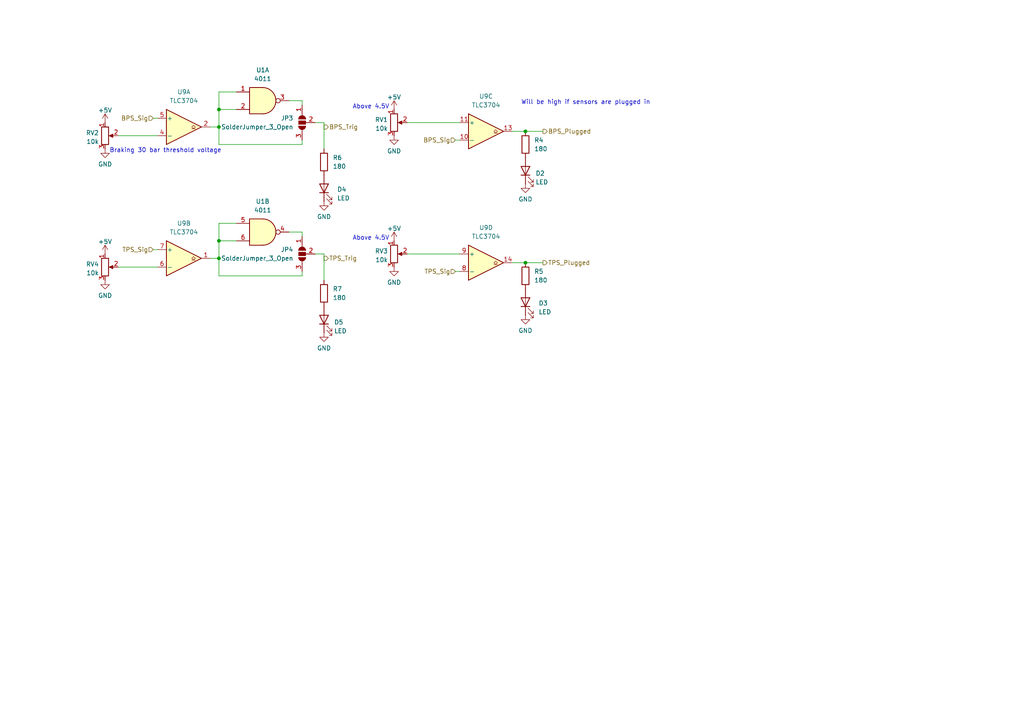
<source format=kicad_sch>
(kicad_sch (version 20231120) (generator "eeschema") (generator_version "8.0")
  (paper "A4")
  (lib_symbols
    (symbol "4xxx:4011" (pin_names (offset 1.016))
      (property "Reference" "U" (at 0 1.27 0))
      (property "Value" "4011" (at 0 -1.27 0))
      (symbol "4011_1_1"
        (arc (start 0 -3.81) (mid 3.7934 0) (end 0 3.81) (stroke (width 0.254)) (fill (type background)))
        (polyline (pts (xy 0 3.81) (xy -3.81 3.81) (xy -3.81 -3.81) (xy 0 -3.81)) (stroke (width 0.254)) (fill (type background)))
        (pin input line (at -7.62 2.54 0) (length 3.81) (name "~") (number "1"))
        (pin input line (at -7.62 -2.54 0) (length 3.81) (name "~") (number "2"))
        (pin output inverted (at 7.62 0 180) (length 3.81) (name "~") (number "3"))
      )
      (symbol "4011_1_2"
        (arc (start -3.81 -3.81) (mid -2.589 0) (end -3.81 3.81) (stroke (width 0.254)))
        (arc (start -0.6096 -3.81) (mid 2.1842 -2.5851) (end 3.81 0) (stroke (width 0.254)) (fill (type background)))
        (polyline (pts (xy -3.81 -3.81) (xy -0.635 -3.81)) (stroke (width 0.254)) (fill (type background)))
        (polyline (pts (xy -3.81 3.81) (xy -0.635 3.81)) (stroke (width 0.254)) (fill (type background)))
        (polyline (pts (xy -0.635 3.81) (xy -3.81 3.81) (xy -3.81 3.81) (xy -3.556 3.4036) (xy -3.0226 2.2606) (xy -2.6924 1.0414) (xy -2.6162 -0.254) (xy -2.7686 -1.4986) (xy -3.175 -2.7178) (xy -3.81 -3.81) (xy -3.81 -3.81) (xy -0.635 -3.81)) (stroke (width -25.4)) (fill (type background)))
        (arc (start 3.81 0) (mid 2.1915 2.5936) (end -0.6096 3.81) (stroke (width 0.254)) (fill (type background)))
        (pin input inverted (at -7.62 2.54 0) (length 4.318) (name "~") (number "1"))
        (pin input inverted (at -7.62 -2.54 0) (length 4.318) (name "~") (number "2"))
        (pin output line (at 7.62 0 180) (length 3.81) (name "~") (number "3"))
      )
      (symbol "4011_2_1"
        (arc (start 0 -3.81) (mid 3.7934 0) (end 0 3.81) (stroke (width 0.254)) (fill (type background)))
        (polyline (pts (xy 0 3.81) (xy -3.81 3.81) (xy -3.81 -3.81) (xy 0 -3.81)) (stroke (width 0.254)) (fill (type background)))
        (pin output inverted (at 7.62 0 180) (length 3.81) (name "~") (number "4"))
        (pin input line (at -7.62 2.54 0) (length 3.81) (name "~") (number "5"))
        (pin input line (at -7.62 -2.54 0) (length 3.81) (name "~") (number "6"))
      )
      (symbol "4011_2_2"
        (arc (start -3.81 -3.81) (mid -2.589 0) (end -3.81 3.81) (stroke (width 0.254)))
        (arc (start -0.6096 -3.81) (mid 2.1842 -2.5851) (end 3.81 0) (stroke (width 0.254)) (fill (type background)))
        (polyline (pts (xy -3.81 -3.81) (xy -0.635 -3.81)) (stroke (width 0.254)) (fill (type background)))
        (polyline (pts (xy -3.81 3.81) (xy -0.635 3.81)) (stroke (width 0.254)) (fill (type background)))
        (polyline (pts (xy -0.635 3.81) (xy -3.81 3.81) (xy -3.81 3.81) (xy -3.556 3.4036) (xy -3.0226 2.2606) (xy -2.6924 1.0414) (xy -2.6162 -0.254) (xy -2.7686 -1.4986) (xy -3.175 -2.7178) (xy -3.81 -3.81) (xy -3.81 -3.81) (xy -0.635 -3.81)) (stroke (width -25.4)) (fill (type background)))
        (arc (start 3.81 0) (mid 2.1915 2.5936) (end -0.6096 3.81) (stroke (width 0.254)) (fill (type background)))
        (pin output line (at 7.62 0 180) (length 3.81) (name "~") (number "4"))
        (pin input inverted (at -7.62 2.54 0) (length 4.318) (name "~") (number "5"))
        (pin input inverted (at -7.62 -2.54 0) (length 4.318) (name "~") (number "6"))
      )
      (symbol "4011_3_1"
        (arc (start 0 -3.81) (mid 3.7934 0) (end 0 3.81) (stroke (width 0.254)) (fill (type background)))
        (polyline (pts (xy 0 3.81) (xy -3.81 3.81) (xy -3.81 -3.81) (xy 0 -3.81)) (stroke (width 0.254)) (fill (type background)))
        (pin output inverted (at 7.62 0 180) (length 3.81) (name "~") (number "10"))
        (pin input line (at -7.62 2.54 0) (length 3.81) (name "~") (number "8"))
        (pin input line (at -7.62 -2.54 0) (length 3.81) (name "~") (number "9"))
      )
      (symbol "4011_3_2"
        (arc (start -3.81 -3.81) (mid -2.589 0) (end -3.81 3.81) (stroke (width 0.254)))
        (arc (start -0.6096 -3.81) (mid 2.1842 -2.5851) (end 3.81 0) (stroke (width 0.254)) (fill (type background)))
        (polyline (pts (xy -3.81 -3.81) (xy -0.635 -3.81)) (stroke (width 0.254)) (fill (type background)))
        (polyline (pts (xy -3.81 3.81) (xy -0.635 3.81)) (stroke (width 0.254)) (fill (type background)))
        (polyline (pts (xy -0.635 3.81) (xy -3.81 3.81) (xy -3.81 3.81) (xy -3.556 3.4036) (xy -3.0226 2.2606) (xy -2.6924 1.0414) (xy -2.6162 -0.254) (xy -2.7686 -1.4986) (xy -3.175 -2.7178) (xy -3.81 -3.81) (xy -3.81 -3.81) (xy -0.635 -3.81)) (stroke (width -25.4)) (fill (type background)))
        (arc (start 3.81 0) (mid 2.1915 2.5936) (end -0.6096 3.81) (stroke (width 0.254)) (fill (type background)))
        (pin output line (at 7.62 0 180) (length 3.81) (name "~") (number "10"))
        (pin input inverted (at -7.62 2.54 0) (length 4.318) (name "~") (number "8"))
        (pin input inverted (at -7.62 -2.54 0) (length 4.318) (name "~") (number "9"))
      )
      (symbol "4011_4_1"
        (arc (start 0 -3.81) (mid 3.7934 0) (end 0 3.81) (stroke (width 0.254)) (fill (type background)))
        (polyline (pts (xy 0 3.81) (xy -3.81 3.81) (xy -3.81 -3.81) (xy 0 -3.81)) (stroke (width 0.254)) (fill (type background)))
        (pin output inverted (at 7.62 0 180) (length 3.81) (name "~") (number "11"))
        (pin input line (at -7.62 2.54 0) (length 3.81) (name "~") (number "12"))
        (pin input line (at -7.62 -2.54 0) (length 3.81) (name "~") (number "13"))
      )
      (symbol "4011_4_2"
        (arc (start -3.81 -3.81) (mid -2.589 0) (end -3.81 3.81) (stroke (width 0.254)))
        (arc (start -0.6096 -3.81) (mid 2.1842 -2.5851) (end 3.81 0) (stroke (width 0.254)) (fill (type background)))
        (polyline (pts (xy -3.81 -3.81) (xy -0.635 -3.81)) (stroke (width 0.254)) (fill (type background)))
        (polyline (pts (xy -3.81 3.81) (xy -0.635 3.81)) (stroke (width 0.254)) (fill (type background)))
        (polyline (pts (xy -0.635 3.81) (xy -3.81 3.81) (xy -3.81 3.81) (xy -3.556 3.4036) (xy -3.0226 2.2606) (xy -2.6924 1.0414) (xy -2.6162 -0.254) (xy -2.7686 -1.4986) (xy -3.175 -2.7178) (xy -3.81 -3.81) (xy -3.81 -3.81) (xy -0.635 -3.81)) (stroke (width -25.4)) (fill (type background)))
        (arc (start 3.81 0) (mid 2.1915 2.5936) (end -0.6096 3.81) (stroke (width 0.254)) (fill (type background)))
        (pin output line (at 7.62 0 180) (length 3.81) (name "~") (number "11"))
        (pin input inverted (at -7.62 2.54 0) (length 4.318) (name "~") (number "12"))
        (pin input inverted (at -7.62 -2.54 0) (length 4.318) (name "~") (number "13"))
      )
      (symbol "4011_5_0"
        (pin power_in line (at 0 12.7 270) (length 5.08) (name "VDD") (number "14"))
        (pin power_in line (at 0 -12.7 90) (length 5.08) (name "VSS") (number "7"))
      )
      (symbol "4011_5_1"
        (rectangle (start -5.08 7.62) (end 5.08 -7.62) (stroke (width 0.254)) (fill (type background)))
      )
    )
    (symbol "Comparator:LM2901" (pin_names (offset 0.127))
      (property "Reference" "U" (at 0 5.08 0))
      (property "Value" "LM2901" (at 0 -5.08 0))
      (symbol "LM2901_1_1"
        (polyline (pts (xy -5.08 5.08) (xy 5.08 0) (xy -5.08 -5.08) (xy -5.08 5.08)) (stroke (width 0.254)) (fill (type background)))
        (polyline (pts (xy 3.302 -0.508) (xy 2.794 -0.508) (xy 3.302 0) (xy 2.794 0.508) (xy 2.286 0) (xy 2.794 -0.508) (xy 2.286 -0.508)) (stroke (width 0.127)))
        (pin open_collector line (at 7.62 0 180) (length 2.54) (name "~") (number "2"))
        (pin input line (at -7.62 -2.54 0) (length 2.54) (name "-") (number "4"))
        (pin input line (at -7.62 2.54 0) (length 2.54) (name "+") (number "5"))
      )
      (symbol "LM2901_2_1"
        (polyline (pts (xy -5.08 5.08) (xy 5.08 0) (xy -5.08 -5.08) (xy -5.08 5.08)) (stroke (width 0.254)) (fill (type background)))
        (polyline (pts (xy 3.302 -0.508) (xy 2.794 -0.508) (xy 3.302 0) (xy 2.794 0.508) (xy 2.286 0) (xy 2.794 -0.508) (xy 2.286 -0.508)) (stroke (width 0.127)))
        (pin open_collector line (at 7.62 0 180) (length 2.54) (name "~") (number "1"))
        (pin input line (at -7.62 -2.54 0) (length 2.54) (name "-") (number "6"))
        (pin input line (at -7.62 2.54 0) (length 2.54) (name "+") (number "7"))
      )
      (symbol "LM2901_3_1"
        (polyline (pts (xy -5.08 5.08) (xy 5.08 0) (xy -5.08 -5.08) (xy -5.08 5.08)) (stroke (width 0.254)) (fill (type background)))
        (polyline (pts (xy 3.302 -0.508) (xy 2.794 -0.508) (xy 3.302 0) (xy 2.794 0.508) (xy 2.286 0) (xy 2.794 -0.508) (xy 2.286 -0.508)) (stroke (width 0.127)))
        (pin input line (at -7.62 -2.54 0) (length 2.54) (name "-") (number "10"))
        (pin input line (at -7.62 2.54 0) (length 2.54) (name "+") (number "11"))
        (pin open_collector line (at 7.62 0 180) (length 2.54) (name "~") (number "13"))
      )
      (symbol "LM2901_4_1"
        (polyline (pts (xy -5.08 5.08) (xy 5.08 0) (xy -5.08 -5.08) (xy -5.08 5.08)) (stroke (width 0.254)) (fill (type background)))
        (polyline (pts (xy 3.302 -0.508) (xy 2.794 -0.508) (xy 3.302 0) (xy 2.794 0.508) (xy 2.286 0) (xy 2.794 -0.508) (xy 2.286 -0.508)) (stroke (width 0.127)))
        (pin open_collector line (at 7.62 0 180) (length 2.54) (name "~") (number "14"))
        (pin input line (at -7.62 -2.54 0) (length 2.54) (name "-") (number "8"))
        (pin input line (at -7.62 2.54 0) (length 2.54) (name "+") (number "9"))
      )
      (symbol "LM2901_5_1"
        (pin power_in line (at -2.54 -7.62 90) (length 3.81) (name "V-") (number "12"))
        (pin power_in line (at -2.54 7.62 270) (length 3.81) (name "V+") (number "3"))
      )
    )
    (symbol "Device:LED" (pin_numbers hide) (pin_names (offset 1.016) hide)
      (property "Reference" "D" (at 0 2.54 0))
      (property "Value" "LED" (at 0 -2.54 0))
      (symbol "LED_0_1"
        (polyline (pts (xy -1.27 -1.27) (xy -1.27 1.27)) (stroke (width 0.254)))
        (polyline (pts (xy -1.27 0) (xy 1.27 0)))
        (polyline (pts (xy 1.27 -1.27) (xy 1.27 1.27) (xy -1.27 0) (xy 1.27 -1.27)) (stroke (width 0.254)))
        (polyline (pts (xy -3.048 -0.762) (xy -4.572 -2.286) (xy -3.81 -2.286) (xy -4.572 -2.286) (xy -4.572 -1.524)))
        (polyline (pts (xy -1.778 -0.762) (xy -3.302 -2.286) (xy -2.54 -2.286) (xy -3.302 -2.286) (xy -3.302 -1.524)))
      )
      (symbol "LED_1_1"
        (pin passive line (at -3.81 0 0) (length 2.54) (name "K") (number "1"))
        (pin passive line (at 3.81 0 180) (length 2.54) (name "A") (number "2"))
      )
    )
    (symbol "Device:R" (pin_numbers hide) (pin_names (offset 0))
      (property "Reference" "R" (at 2.032 0 90))
      (property "Value" "R" (at 0 0 90))
      (symbol "R_0_1"
        (rectangle (start -1.016 -2.54) (end 1.016 2.54) (stroke (width 0.254)))
      )
      (symbol "R_1_1"
        (pin passive line (at 0 3.81 270) (length 1.27) (name "~") (number "1"))
        (pin passive line (at 0 -3.81 90) (length 1.27) (name "~") (number "2"))
      )
    )
    (symbol "Device:R_Potentiometer" (pin_names (offset 1.016) hide)
      (property "Reference" "RV" (at -4.445 0 90))
      (property "Value" "R_Potentiometer" (at -2.54 0 90))
      (symbol "R_Potentiometer_0_1"
        (polyline (pts (xy 2.54 0) (xy 1.524 0)))
        (polyline (pts (xy 1.143 0) (xy 2.286 0.508) (xy 2.286 -0.508) (xy 1.143 0)) (fill (type outline)))
        (rectangle (start 1.016 2.54) (end -1.016 -2.54) (stroke (width 0.254)))
      )
      (symbol "R_Potentiometer_1_1"
        (pin passive line (at 0 3.81 270) (length 1.27) (name "1") (number "1"))
        (pin passive line (at 3.81 0 180) (length 1.27) (name "2") (number "2"))
        (pin passive line (at 0 -3.81 90) (length 1.27) (name "3") (number "3"))
      )
    )
    (symbol "Jumper:SolderJumper_3_Open" (pin_names (offset 0) hide) (exclude_from_sim yes) (in_bom no)
      (property "Reference" "JP" (at -2.54 -2.54 0))
      (property "Value" "SolderJumper_3_Open" (at 0 2.794 0))
      (symbol "SolderJumper_3_Open_0_1"
        (arc (start -1.016 1.016) (mid -2.0276 0) (end -1.016 -1.016))
        (arc (start -1.016 1.016) (mid -2.0276 0) (end -1.016 -1.016) (fill (type outline)))
        (rectangle (start -0.508 1.016) (end 0.508 -1.016) (fill (type outline)))
        (polyline (pts (xy -2.54 0) (xy -2.032 0)))
        (polyline (pts (xy -1.016 1.016) (xy -1.016 -1.016)))
        (polyline (pts (xy 0 -1.27) (xy 0 -1.016)))
        (polyline (pts (xy 1.016 1.016) (xy 1.016 -1.016)))
        (polyline (pts (xy 2.54 0) (xy 2.032 0)))
        (arc (start 1.016 -1.016) (mid 2.0276 0) (end 1.016 1.016))
        (arc (start 1.016 -1.016) (mid 2.0276 0) (end 1.016 1.016) (fill (type outline)))
      )
      (symbol "SolderJumper_3_Open_1_1"
        (pin passive line (at -5.08 0 0) (length 2.54) (name "A") (number "1"))
        (pin passive line (at 0 -3.81 90) (length 2.54) (name "C") (number "2"))
        (pin passive line (at 5.08 0 180) (length 2.54) (name "B") (number "3"))
      )
    )
    (symbol "power:+5V" (power) (pin_numbers hide) (pin_names (offset 0) hide)
      (property "Value" "+5V" (at 0 3.556 0))
      (symbol "+5V_0_1"
        (polyline (pts (xy -0.762 1.27) (xy 0 2.54)))
        (polyline (pts (xy 0 0) (xy 0 2.54)))
        (polyline (pts (xy 0 2.54) (xy 0.762 1.27)))
      )
      (symbol "+5V_1_1"
        (pin power_in line (at 0 0 90) (length 0) (name "~") (number "1"))
      )
    )
    (symbol "power:GND" (power) (pin_numbers hide) (pin_names (offset 0) hide)
      (property "Value" "GND" (at 0 -3.81 0))
      (symbol "GND_0_1"
        (polyline (pts (xy 0 0) (xy 0 -1.27) (xy 1.27 -1.27) (xy 0 -2.54) (xy -1.27 -1.27) (xy 0 -1.27)))
      )
      (symbol "GND_1_1"
        (pin power_in line (at 0 0 270) (length 0) (name "~") (number "1"))
      )
    )
  )
  (junction (at 63.5 74.93))
  (junction (at 63.5 69.85))
  (junction (at 152.4 38.1))
  (junction (at 63.5 36.83))
  (junction (at 63.5 31.75))
  (junction (at 152.4 76.2))
  (wire (pts (xy 44.45 34.29) (xy 45.72 34.29)))
  (wire (pts (xy 63.5 31.75) (xy 63.5 36.83)))
  (wire (pts (xy 60.96 74.93) (xy 63.5 74.93)))
  (wire (pts (xy 148.59 38.1) (xy 152.4 38.1)))
  (wire (pts (xy 91.44 73.66) (xy 93.98 73.66)))
  (wire (pts (xy 34.29 39.37) (xy 45.72 39.37)))
  (wire (pts (xy 68.58 64.77) (xy 63.5 64.77)))
  (wire (pts (xy 118.11 35.56) (xy 133.35 35.56)))
  (wire (pts (xy 148.59 76.2) (xy 152.4 76.2)))
  (wire (pts (xy 63.5 80.01) (xy 87.63 80.01)))
  (wire (pts (xy 91.44 35.56) (xy 93.98 35.56)))
  (wire (pts (xy 152.4 38.1) (xy 157.48 38.1)))
  (wire (pts (xy 60.96 36.83) (xy 63.5 36.83)))
  (wire (pts (xy 63.5 69.85) (xy 68.58 69.85)))
  (wire (pts (xy 87.63 67.31) (xy 87.63 68.58)))
  (wire (pts (xy 83.82 29.21) (xy 87.63 29.21)))
  (wire (pts (xy 68.58 26.67) (xy 63.5 26.67)))
  (wire (pts (xy 87.63 78.74) (xy 87.63 80.01)))
  (wire (pts (xy 132.08 78.74) (xy 133.35 78.74)))
  (wire (pts (xy 63.5 69.85) (xy 63.5 74.93)))
  (wire (pts (xy 63.5 41.91) (xy 87.63 41.91)))
  (wire (pts (xy 93.98 73.66) (xy 93.98 81.28)))
  (wire (pts (xy 87.63 29.21) (xy 87.63 30.48)))
  (wire (pts (xy 63.5 26.67) (xy 63.5 31.75)))
  (wire (pts (xy 132.08 40.64) (xy 133.35 40.64)))
  (wire (pts (xy 63.5 31.75) (xy 68.58 31.75)))
  (wire (pts (xy 152.4 76.2) (xy 157.48 76.2)))
  (wire (pts (xy 83.82 67.31) (xy 87.63 67.31)))
  (wire (pts (xy 45.72 72.39) (xy 44.45 72.39)))
  (wire (pts (xy 93.98 35.56) (xy 93.98 43.18)))
  (wire (pts (xy 63.5 64.77) (xy 63.5 69.85)))
  (wire (pts (xy 63.5 74.93) (xy 63.5 80.01)))
  (wire (pts (xy 87.63 40.64) (xy 87.63 41.91)))
  (wire (pts (xy 34.29 77.47) (xy 45.72 77.47)))
  (wire (pts (xy 63.5 36.83) (xy 63.5 41.91)))
  (wire (pts (xy 118.11 73.66) (xy 133.35 73.66)))
  (text "Will be high if sensors are plugged in" (at 151.13 30.48 0) (effects (font (size 1.27 1.27)) (justify left bottom)))
  (text "Above 4.5V" (at 102.235 31.75 0) (effects (font (size 1.27 1.27)) (justify left bottom)))
  (text "Braking 30 bar threshold voltage\n" (at 31.75 44.45 0) (effects (font (size 1.27 1.27)) (justify left bottom)))
  (text "Above 4.5V" (at 102.235 69.85 0) (effects (font (size 1.27 1.27)) (justify left bottom)))
  (hierarchical_label "BPS_Sig" (shape input) (at 132.08 40.64 180))
  (hierarchical_label "TPS_Trig" (shape output) (at 93.98 74.93 0))
  (hierarchical_label "BPS_Plugged" (shape output) (at 157.48 38.1 0))
  (hierarchical_label "BPS_Sig" (shape input) (at 44.45 34.29 180))
  (hierarchical_label "BPS_Trig" (shape output) (at 93.98 36.83 0))
  (hierarchical_label "TPS_Plugged" (shape output) (at 157.48 76.2 0))
  (hierarchical_label "TPS_Sig" (shape input) (at 132.08 78.74 180))
  (hierarchical_label "TPS_Sig" (shape input) (at 44.45 72.39 180))
  (symbol (lib_id "power:GND") (at 114.3 77.47 0) (unit 1)
    (property "Reference" "#PWR019" (effects (hide yes)))
    (property "Value" "GND" (at 114.3 81.9134 0))
    (property "Description" "Power symbol creates a global label with name \"GND\" , ground" (effects (hide yes)))
    (instances (project "New BSPD" (path "" (reference "#PWR019") (unit 1))) (project "BSPD - FSG" (path "" (reference "#PWR?") (unit 1))))
  )
  (symbol (lib_id "Jumper:SolderJumper_3_Open") (at 87.63 73.66 90) (mirror x) (unit 1)
    (property "Reference" "JP4" (at 85.09 72.39 90) (effects (justify left)))
    (property "Value" "SolderJumper_3_Open" (at 85.09 74.93 90) (effects (justify left)))
    (property "Footprint" "Jumper:SolderJumper-3_P1.3mm_Open_RoundedPad1.0x1.5mm" (effects (hide yes)))
    (property "Description" "Solder Jumper, 3-pole, open" (effects (hide yes)))
  )
  (symbol (lib_id "Device:R") (at 93.98 46.99 180) (unit 1)
    (property "Reference" "R6" (at 96.52 45.7199 0) (effects (justify right)))
    (property "Value" "180" (at 96.52 48.2599 0) (effects (justify right)))
    (property "Footprint" "Resistor_SMD:R_0603_1608Metric_Pad0.98x0.95mm_HandSolder" (effects (hide yes)))
    (property "Description" "Resistor" (effects (hide yes)))
    (instances (project "New BSPD" (path "" (reference "R6") (unit 1))) (project "BSPD - FSG" (path "" (reference "R?") (unit 1))))
  )
  (symbol (lib_id "Device:LED") (at 152.4 87.63 90) (unit 1)
    (property "Reference" "D3" (at 156.21 87.9474 90) (effects (justify right)))
    (property "Value" "LED" (at 156.21 90.4874 90) (effects (justify right)))
    (property "Footprint" "LED_SMD:LED_0603_1608Metric_Pad1.05x0.95mm_HandSolder" (effects (hide yes)))
    (property "Description" "Light emitting diode" (effects (hide yes)))
    (instances (project "New BSPD" (path "" (reference "D3") (unit 1))) (project "BSPD - FSG" (path "" (reference "D?") (unit 1))))
  )
  (symbol (lib_id "Device:R_Potentiometer") (at 114.3 73.66 0) (unit 1)
    (property "Reference" "RV3" (at 112.5221 72.8253 0) (effects (justify right)))
    (property "Value" "10k" (at 112.5221 75.3622 0) (effects (justify right)))
    (property "Footprint" "Potentiometer_THT:Potentiometer_Bourns_3296Y_Vertical" (effects (hide yes)))
    (property "Description" "Potentiometer" (effects (hide yes)))
    (instances (project "New BSPD" (path "" (reference "RV3") (unit 1))) (project "BSPD - FSG" (path "" (reference "RV?") (unit 1))))
  )
  (symbol (lib_id "Jumper:SolderJumper_3_Open") (at 87.63 35.56 90) (mirror x) (unit 1)
    (property "Reference" "JP3" (at 85.09 34.29 90) (effects (justify left)))
    (property "Value" "SolderJumper_3_Open" (at 85.09 36.83 90) (effects (justify left)))
    (property "Footprint" "Jumper:SolderJumper-3_P1.3mm_Open_RoundedPad1.0x1.5mm" (effects (hide yes)))
    (property "Description" "Solder Jumper, 3-pole, open" (effects (hide yes)))
  )
  (symbol (lib_id "4xxx:4011") (at 76.2 29.21 0) (unit 1)
    (property "Reference" "U1" (at 76.1917 20.32 0))
    (property "Value" "4011" (at 76.1917 22.86 0))
    (property "Footprint" "Package_DIP:DIP-14_W7.62mm_Socket" (effects (hide yes)))
    (property "Datasheet" "http://www.intersil.com/content/dam/Intersil/documents/cd40/cd4011bms-12bms-23bms.pdf" (effects (hide yes)))
    (property "Description" "Quad Nand 2 inputs" (effects (hide yes)))
    (instances (project "New BSPD" (path "" (reference "U1") (unit 1))) (project "BSPD - FSG" (path "" (reference "U?") (unit 1))))
  )
  (symbol (lib_id "power:GND") (at 114.3 39.37 0) (unit 1)
    (property "Reference" "#PWR013" (effects (hide yes)))
    (property "Value" "GND" (at 114.3 43.8134 0))
    (property "Description" "Power symbol creates a global label with name \"GND\" , ground" (effects (hide yes)))
    (instances (project "New BSPD" (path "" (reference "#PWR013") (unit 1))) (project "BSPD - FSG" (path "" (reference "#PWR?") (unit 1))))
  )
  (symbol (lib_id "power:GND") (at 30.48 43.18 0) (unit 1)
    (property "Reference" "#PWR014" (effects (hide yes)))
    (property "Value" "GND" (at 30.48 47.6234 0))
    (property "Description" "Power symbol creates a global label with name \"GND\" , ground" (effects (hide yes)))
    (instances (project "New BSPD" (path "" (reference "#PWR014") (unit 1))) (project "BSPD - FSG" (path "" (reference "#PWR?") (unit 1))))
  )
  (symbol (lib_id "power:GND") (at 93.98 96.52 0) (unit 1)
    (property "Reference" "#PWR022" (effects (hide yes)))
    (property "Value" "GND" (at 93.98 100.9634 0))
    (property "Description" "Power symbol creates a global label with name \"GND\" , ground" (effects (hide yes)))
    (instances (project "New BSPD" (path "" (reference "#PWR022") (unit 1))) (project "BSPD - FSG" (path "" (reference "#PWR?") (unit 1))))
  )
  (symbol (lib_id "Device:R_Potentiometer") (at 114.3 35.56 0) (unit 1)
    (property "Reference" "RV1" (at 112.5221 34.7253 0) (effects (justify right)))
    (property "Value" "10k" (at 112.5221 37.2622 0) (effects (justify right)))
    (property "Footprint" "Potentiometer_THT:Potentiometer_Bourns_3296Y_Vertical" (effects (hide yes)))
    (property "Description" "Potentiometer" (effects (hide yes)))
    (instances (project "New BSPD" (path "" (reference "RV1") (unit 1))) (project "BSPD - FSG" (path "" (reference "RV?") (unit 1))))
  )
  (symbol (lib_id "Device:LED") (at 93.98 92.71 90) (unit 1)
    (property "Reference" "D5" (at 96.901 93.4628 90) (effects (justify right)))
    (property "Value" "LED" (at 96.901 95.9997 90) (effects (justify right)))
    (property "Footprint" "LED_SMD:LED_0603_1608Metric_Pad1.05x0.95mm_HandSolder" (effects (hide yes)))
    (property "Description" "Light emitting diode" (effects (hide yes)))
    (instances (project "New BSPD" (path "" (reference "D5") (unit 1))) (project "BSPD - FSG" (path "" (reference "D?") (unit 1))))
  )
  (symbol (lib_id "Device:LED") (at 152.4 49.53 90) (unit 1)
    (property "Reference" "D2" (at 155.321 50.2828 90) (effects (justify right)))
    (property "Value" "LED" (at 155.321 52.8197 90) (effects (justify right)))
    (property "Footprint" "LED_SMD:LED_0603_1608Metric_Pad1.05x0.95mm_HandSolder" (effects (hide yes)))
    (property "Description" "Light emitting diode" (effects (hide yes)))
    (instances (project "New BSPD" (path "" (reference "D2") (unit 1))) (project "BSPD - FSG" (path "" (reference "D?") (unit 1))))
  )
  (symbol (lib_id "Comparator:LM2901") (at 140.97 38.1 0) (unit 3)
    (property "Reference" "U9" (at 140.97 27.94 0))
    (property "Value" "TLC3704" (at 140.97 30.48 0))
    (property "Footprint" "Package_DIP:DIP-14_W7.62mm_Socket" (effects (hide yes)))
    (property "Datasheet" "https://www.st.com/resource/en/datasheet/lm2901.pdf" (effects (hide yes)))
    (property "Description" "Quad Differential Comparators, DIP-14/SOIC-14/TSSOP-14" (effects (hide yes)))
  )
  (symbol (lib_id "Device:R") (at 93.98 85.09 180) (unit 1)
    (property "Reference" "R7" (at 96.52 83.8199 0) (effects (justify right)))
    (property "Value" "180" (at 96.52 86.3599 0) (effects (justify right)))
    (property "Footprint" "Resistor_SMD:R_0603_1608Metric_Pad0.98x0.95mm_HandSolder" (effects (hide yes)))
    (property "Description" "Resistor" (effects (hide yes)))
    (instances (project "New BSPD" (path "" (reference "R7") (unit 1))) (project "BSPD - FSG" (path "" (reference "R?") (unit 1))))
  )
  (symbol (lib_id "power:+5V") (at 30.48 35.56 0) (unit 1)
    (property "Reference" "#PWR012" (effects (hide yes)))
    (property "Value" "+5V" (at 30.48 31.9842 0))
    (property "Description" "Power symbol creates a global label with name \"+5V\"" (effects (hide yes)))
    (instances (project "New BSPD" (path "" (reference "#PWR012") (unit 1))) (project "BSPD - FSG" (path "" (reference "#PWR?") (unit 1))))
  )
  (symbol (lib_id "Device:R_Potentiometer") (at 30.48 77.47 0) (unit 1)
    (property "Reference" "RV4" (at 28.7021 76.6353 0) (effects (justify right)))
    (property "Value" "10k" (at 28.7021 79.1722 0) (effects (justify right)))
    (property "Footprint" "Potentiometer_THT:Potentiometer_Bourns_3296Y_Vertical" (effects (hide yes)))
    (property "Description" "Potentiometer" (effects (hide yes)))
    (instances (project "New BSPD" (path "" (reference "RV4") (unit 1))) (project "BSPD - FSG" (path "" (reference "RV?") (unit 1))))
  )
  (symbol (lib_id "power:GND") (at 152.4 91.44 0) (unit 1)
    (property "Reference" "#PWR021" (effects (hide yes)))
    (property "Value" "GND" (at 152.4 95.8834 0))
    (property "Description" "Power symbol creates a global label with name \"GND\" , ground" (effects (hide yes)))
    (instances (project "New BSPD" (path "" (reference "#PWR021") (unit 1))) (project "BSPD - FSG" (path "" (reference "#PWR?") (unit 1))))
  )
  (symbol (lib_id "Device:R_Potentiometer") (at 30.48 39.37 0) (unit 1)
    (property "Reference" "RV2" (at 28.7021 38.5353 0) (effects (justify right)))
    (property "Value" "10k" (at 28.7021 41.0722 0) (effects (justify right)))
    (property "Footprint" "Potentiometer_THT:Potentiometer_Bourns_3296Y_Vertical" (effects (hide yes)))
    (property "Description" "Potentiometer" (effects (hide yes)))
    (instances (project "New BSPD" (path "" (reference "RV2") (unit 1))) (project "BSPD - FSG" (path "" (reference "RV?") (unit 1))))
  )
  (symbol (lib_id "Device:R") (at 152.4 41.91 180) (unit 1)
    (property "Reference" "R4" (at 154.94 40.6399 0) (effects (justify right)))
    (property "Value" "180" (at 154.94 43.1799 0) (effects (justify right)))
    (property "Footprint" "Resistor_SMD:R_0603_1608Metric_Pad0.98x0.95mm_HandSolder" (effects (hide yes)))
    (property "Description" "Resistor" (effects (hide yes)))
    (instances (project "New BSPD" (path "" (reference "R4") (unit 1))) (project "BSPD - FSG" (path "" (reference "R?") (unit 1))))
  )
  (symbol (lib_id "Comparator:LM2901") (at 140.97 76.2 0) (unit 4)
    (property "Reference" "U9" (at 140.97 66.04 0))
    (property "Value" "TLC3704" (at 140.97 68.58 0))
    (property "Footprint" "Package_DIP:DIP-14_W7.62mm_Socket" (effects (hide yes)))
    (property "Datasheet" "https://www.st.com/resource/en/datasheet/lm2901.pdf" (effects (hide yes)))
    (property "Description" "Quad Differential Comparators, DIP-14/SOIC-14/TSSOP-14" (effects (hide yes)))
  )
  (symbol (lib_id "power:GND") (at 93.98 58.42 0) (unit 1)
    (property "Reference" "#PWR016" (effects (hide yes)))
    (property "Value" "GND" (at 93.98 62.8634 0))
    (property "Description" "Power symbol creates a global label with name \"GND\" , ground" (effects (hide yes)))
    (instances (project "New BSPD" (path "" (reference "#PWR016") (unit 1))) (project "BSPD - FSG" (path "" (reference "#PWR?") (unit 1))))
  )
  (symbol (lib_id "Device:LED") (at 93.98 54.61 90) (unit 1)
    (property "Reference" "D4" (at 97.79 54.9274 90) (effects (justify right)))
    (property "Value" "LED" (at 97.79 57.4674 90) (effects (justify right)))
    (property "Footprint" "LED_SMD:LED_0603_1608Metric_Pad1.05x0.95mm_HandSolder" (effects (hide yes)))
    (property "Description" "Light emitting diode" (effects (hide yes)))
    (instances (project "New BSPD" (path "" (reference "D4") (unit 1))) (project "BSPD - FSG" (path "" (reference "D?") (unit 1))))
  )
  (symbol (lib_id "power:GND") (at 30.48 81.28 0) (unit 1)
    (property "Reference" "#PWR020" (effects (hide yes)))
    (property "Value" "GND" (at 30.48 85.7234 0))
    (property "Description" "Power symbol creates a global label with name \"GND\" , ground" (effects (hide yes)))
    (instances (project "New BSPD" (path "" (reference "#PWR020") (unit 1))) (project "BSPD - FSG" (path "" (reference "#PWR?") (unit 1))))
  )
  (symbol (lib_id "power:+5V") (at 30.48 73.66 0) (unit 1)
    (property "Reference" "#PWR018" (effects (hide yes)))
    (property "Value" "+5V" (at 30.48 70.0842 0))
    (property "Description" "Power symbol creates a global label with name \"+5V\"" (effects (hide yes)))
    (instances (project "New BSPD" (path "" (reference "#PWR018") (unit 1))) (project "BSPD - FSG" (path "" (reference "#PWR?") (unit 1))))
  )
  (symbol (lib_id "Device:R") (at 152.4 80.01 180) (unit 1)
    (property "Reference" "R5" (at 154.94 78.7399 0) (effects (justify right)))
    (property "Value" "180" (at 154.94 81.2799 0) (effects (justify right)))
    (property "Footprint" "Resistor_SMD:R_0603_1608Metric_Pad0.98x0.95mm_HandSolder" (effects (hide yes)))
    (property "Description" "Resistor" (effects (hide yes)))
    (instances (project "New BSPD" (path "" (reference "R5") (unit 1))) (project "BSPD - FSG" (path "" (reference "R?") (unit 1))))
  )
  (symbol (lib_id "Comparator:LM2901") (at 53.34 36.83 0) (unit 1)
    (property "Reference" "U9" (at 53.34 26.67 0))
    (property "Value" "TLC3704" (at 53.34 29.21 0))
    (property "Footprint" "Package_DIP:DIP-14_W7.62mm_Socket" (effects (hide yes)))
    (property "Datasheet" "https://www.st.com/resource/en/datasheet/lm2901.pdf" (effects (hide yes)))
    (property "Description" "Quad Differential Comparators, DIP-14/SOIC-14/TSSOP-14" (effects (hide yes)))
  )
  (symbol (lib_id "Comparator:LM2901") (at 53.34 74.93 0) (unit 2)
    (property "Reference" "U9" (at 53.34 64.77 0))
    (property "Value" "TLC3704" (at 53.34 67.31 0))
    (property "Footprint" "Package_DIP:DIP-14_W7.62mm_Socket" (effects (hide yes)))
    (property "Datasheet" "https://www.st.com/resource/en/datasheet/lm2901.pdf" (effects (hide yes)))
    (property "Description" "Quad Differential Comparators, DIP-14/SOIC-14/TSSOP-14" (effects (hide yes)))
  )
  (symbol (lib_id "power:+5V") (at 114.3 69.85 0) (unit 1)
    (property "Reference" "#PWR017" (effects (hide yes)))
    (property "Value" "+5V" (at 114.3 66.2742 0))
    (property "Description" "Power symbol creates a global label with name \"+5V\"" (effects (hide yes)))
    (instances (project "New BSPD" (path "" (reference "#PWR017") (unit 1))) (project "BSPD - FSG" (path "" (reference "#PWR?") (unit 1))))
  )
  (symbol (lib_id "4xxx:4011") (at 76.2 67.31 0) (unit 2)
    (property "Reference" "U1" (at 76.1917 58.42 0))
    (property "Value" "4011" (at 76.1917 60.96 0))
    (property "Footprint" "Package_DIP:DIP-14_W7.62mm_Socket" (effects (hide yes)))
    (property "Datasheet" "http://www.intersil.com/content/dam/Intersil/documents/cd40/cd4011bms-12bms-23bms.pdf" (effects (hide yes)))
    (property "Description" "Quad Nand 2 inputs" (effects (hide yes)))
    (instances (project "New BSPD" (path "" (reference "U1") (unit 2))) (project "BSPD - FSG" (path "" (reference "U?") (unit 1))))
  )
  (symbol (lib_id "power:+5V") (at 114.3 31.75 0) (unit 1)
    (property "Reference" "#PWR011" (effects (hide yes)))
    (property "Value" "+5V" (at 114.3 28.1742 0))
    (property "Description" "Power symbol creates a global label with name \"+5V\"" (effects (hide yes)))
    (instances (project "New BSPD" (path "" (reference "#PWR011") (unit 1))) (project "BSPD - FSG" (path "" (reference "#PWR?") (unit 1))))
  )
  (symbol (lib_id "power:GND") (at 152.4 53.34 0) (unit 1)
    (property "Reference" "#PWR015" (effects (hide yes)))
    (property "Value" "GND" (at 152.4 57.7834 0))
    (property "Description" "Power symbol creates a global label with name \"GND\" , ground" (effects (hide yes)))
    (instances (project "New BSPD" (path "" (reference "#PWR015") (unit 1))) (project "BSPD - FSG" (path "" (reference "#PWR?") (unit 1))))
  )
)
</source>
